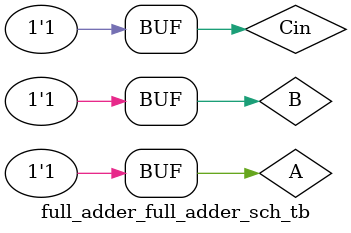
<source format=v>

`timescale 1ns / 1ps

module full_adder_full_adder_sch_tb();

// Inputs
   reg A;
   reg B;
   reg Cin;

// Output
   wire S;
   wire Cout;

// Bidirs

// Instantiate the UUT
   full_adder UUT (
		.A(A), 
		.B(B), 
		.Cin(Cin), 
		.S(S), 
		.Cout(Cout)
   );
// Initialize Inputs

	initial begin
		A = 0;
		B = 0;
		Cin = 0;
		#5;
		A = 1;
		B = 0;
		Cin = 0;
		#5;
		A = 0;
		B = 1;
		Cin = 0;
		#5;
		A = 1;
		B = 1;
		Cin = 0;
		#5;
		A = 0;
		B = 0;
		Cin = 1;
		#5;
		A = 1;
		B = 0;
		Cin = 1;
		#5;
		A = 0;
		B = 1;
		Cin = 1;
		#5;
		A = 1;
		B = 1;
		Cin = 1;
		#5;
		
	end
endmodule

</source>
